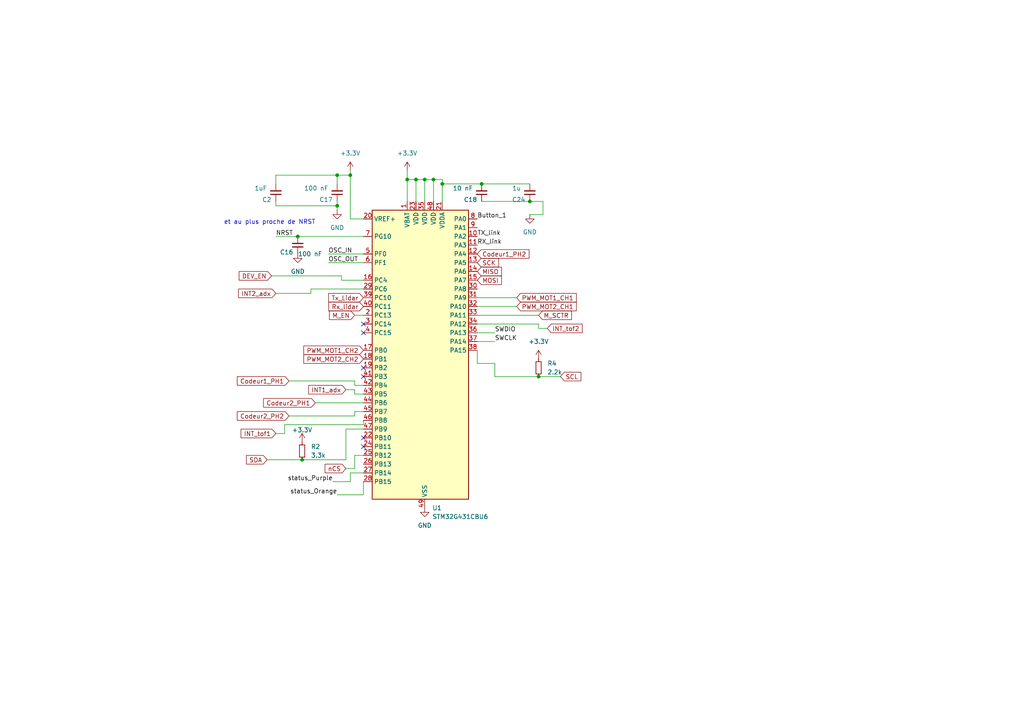
<source format=kicad_sch>
(kicad_sch (version 20231120) (generator "eeschema") (generator_version "8.0")
  (paper "A4")
  (lib_symbols
    (symbol "Device:C_Small" (pin_numbers hide) (pin_names (offset 0.254) hide)
      (property "Reference" "C" (at 0.254 1.778 0))
      (property "Value" "C_Small" (at 0.254 -2.032 0))
      (symbol "C_Small_0_1"
        (polyline (pts (xy -1.524 -0.508) (xy 1.524 -0.508)) (stroke (width 0.3302)))
        (polyline (pts (xy -1.524 0.508) (xy 1.524 0.508)) (stroke (width 0.3048)))
      )
      (symbol "C_Small_1_1"
        (pin passive line (at 0 2.54 270) (length 2.032) (name "~") (number "1"))
        (pin passive line (at 0 -2.54 90) (length 2.032) (name "~") (number "2"))
      )
    )
    (symbol "Device:R_Small" (pin_numbers hide) (pin_names (offset 0.254) hide)
      (property "Reference" "R" (at 0.762 0.508 0))
      (property "Value" "R_Small" (at 0.762 -1.016 0))
      (symbol "R_Small_0_1"
        (rectangle (start -0.762 1.778) (end 0.762 -1.778) (stroke (width 0.2032)))
      )
      (symbol "R_Small_1_1"
        (pin passive line (at 0 2.54 270) (length 0.762) (name "~") (number "1"))
        (pin passive line (at 0 -2.54 90) (length 0.762) (name "~") (number "2"))
      )
    )
    (symbol "MCU_ST_STM32G4:STM32G431CBUx"
      (property "Reference" "U" (at -12.7 44.45 0))
      (property "Value" "STM32G431CBUx" (at 10.16 44.45 0))
      (symbol "STM32G431CBUx_0_1"
        (rectangle (start -12.7 -40.64) (end 15.24 43.18) (stroke (width 0.254)) (fill (type background)))
      )
      (symbol "STM32G431CBUx_1_1"
        (pin power_in line (at -2.54 45.72 270) (length 2.54) (name "VBAT") (number "1"))
        (pin bidirectional line (at 17.78 35.56 180) (length 2.54) (name "PA2") (number "10"))
        (pin bidirectional line (at 17.78 33.02 180) (length 2.54) (name "PA3") (number "11"))
        (pin bidirectional line (at 17.78 30.48 180) (length 2.54) (name "PA4") (number "12"))
        (pin bidirectional line (at 17.78 27.94 180) (length 2.54) (name "PA5") (number "13"))
        (pin bidirectional line (at 17.78 25.4 180) (length 2.54) (name "PA6") (number "14"))
        (pin bidirectional line (at 17.78 22.86 180) (length 2.54) (name "PA7") (number "15"))
        (pin bidirectional line (at -15.24 22.86 0) (length 2.54) (name "PC4") (number "16"))
        (pin bidirectional line (at -15.24 2.54 0) (length 2.54) (name "PB0") (number "17"))
        (pin bidirectional line (at -15.24 0 0) (length 2.54) (name "PB1") (number "18"))
        (pin bidirectional line (at -15.24 -2.54 0) (length 2.54) (name "PB2") (number "19"))
        (pin bidirectional line (at -15.24 12.7 0) (length 2.54) (name "PC13") (number "2"))
        (pin input line (at -15.24 40.64 0) (length 2.54) (name "VREF+") (number "20"))
        (pin power_in line (at 7.62 45.72 270) (length 2.54) (name "VDDA") (number "21"))
        (pin bidirectional line (at -15.24 -22.86 0) (length 2.54) (name "PB10") (number "22"))
        (pin power_in line (at 0 45.72 270) (length 2.54) (name "VDD") (number "23"))
        (pin bidirectional line (at -15.24 -25.4 0) (length 2.54) (name "PB11") (number "24"))
        (pin bidirectional line (at -15.24 -27.94 0) (length 2.54) (name "PB12") (number "25"))
        (pin bidirectional line (at -15.24 -30.48 0) (length 2.54) (name "PB13") (number "26"))
        (pin bidirectional line (at -15.24 -33.02 0) (length 2.54) (name "PB14") (number "27"))
        (pin bidirectional line (at -15.24 -35.56 0) (length 2.54) (name "PB15") (number "28"))
        (pin bidirectional line (at -15.24 20.32 0) (length 2.54) (name "PC6") (number "29"))
        (pin bidirectional line (at -15.24 10.16 0) (length 2.54) (name "PC14") (number "3"))
        (pin bidirectional line (at 17.78 20.32 180) (length 2.54) (name "PA8") (number "30"))
        (pin bidirectional line (at 17.78 17.78 180) (length 2.54) (name "PA9") (number "31"))
        (pin bidirectional line (at 17.78 15.24 180) (length 2.54) (name "PA10") (number "32"))
        (pin bidirectional line (at 17.78 12.7 180) (length 2.54) (name "PA11") (number "33"))
        (pin bidirectional line (at 17.78 10.16 180) (length 2.54) (name "PA12") (number "34"))
        (pin power_in line (at 2.54 45.72 270) (length 2.54) (name "VDD") (number "35"))
        (pin bidirectional line (at 17.78 7.62 180) (length 2.54) (name "PA13") (number "36"))
        (pin bidirectional line (at 17.78 5.08 180) (length 2.54) (name "PA14") (number "37"))
        (pin bidirectional line (at 17.78 2.54 180) (length 2.54) (name "PA15") (number "38"))
        (pin bidirectional line (at -15.24 17.78 0) (length 2.54) (name "PC10") (number "39"))
        (pin bidirectional line (at -15.24 7.62 0) (length 2.54) (name "PC15") (number "4"))
        (pin bidirectional line (at -15.24 15.24 0) (length 2.54) (name "PC11") (number "40"))
        (pin bidirectional line (at -15.24 -5.08 0) (length 2.54) (name "PB3") (number "41"))
        (pin bidirectional line (at -15.24 -7.62 0) (length 2.54) (name "PB4") (number "42"))
        (pin bidirectional line (at -15.24 -10.16 0) (length 2.54) (name "PB5") (number "43"))
        (pin bidirectional line (at -15.24 -12.7 0) (length 2.54) (name "PB6") (number "44"))
        (pin bidirectional line (at -15.24 -15.24 0) (length 2.54) (name "PB7") (number "45"))
        (pin bidirectional line (at -15.24 -17.78 0) (length 2.54) (name "PB8") (number "46"))
        (pin bidirectional line (at -15.24 -20.32 0) (length 2.54) (name "PB9") (number "47"))
        (pin power_in line (at 5.08 45.72 270) (length 2.54) (name "VDD") (number "48"))
        (pin power_in line (at 2.54 -43.18 90) (length 2.54) (name "VSS") (number "49"))
        (pin bidirectional line (at -15.24 30.48 0) (length 2.54) (name "PF0") (number "5"))
        (pin bidirectional line (at -15.24 27.94 0) (length 2.54) (name "PF1") (number "6"))
        (pin bidirectional line (at -15.24 35.56 0) (length 2.54) (name "PG10") (number "7"))
        (pin bidirectional line (at 17.78 40.64 180) (length 2.54) (name "PA0") (number "8"))
        (pin bidirectional line (at 17.78 38.1 180) (length 2.54) (name "PA1") (number "9"))
      )
    )
    (symbol "power:+3.3V" (power) (pin_numbers hide) (pin_names (offset 0) hide)
      (property "Value" "+3.3V" (at 0 3.556 0))
      (symbol "+3.3V_0_1"
        (polyline (pts (xy -0.762 1.27) (xy 0 2.54)))
        (polyline (pts (xy 0 0) (xy 0 2.54)))
        (polyline (pts (xy 0 2.54) (xy 0.762 1.27)))
      )
      (symbol "+3.3V_1_1"
        (pin power_in line (at 0 0 90) (length 0) (name "~") (number "1"))
      )
    )
    (symbol "power:GND" (power) (pin_numbers hide) (pin_names (offset 0) hide)
      (property "Value" "GND" (at 0 -3.81 0))
      (symbol "GND_0_1"
        (polyline (pts (xy 0 0) (xy 0 -1.27) (xy 1.27 -1.27) (xy 0 -2.54) (xy -1.27 -1.27) (xy 0 -1.27)))
      )
      (symbol "GND_1_1"
        (pin power_in line (at 0 0 270) (length 0) (name "~") (number "1"))
      )
    )
  )
  (junction (at 97.79 59.69))
  (junction (at 87.63 133.35))
  (junction (at 153.67 58.42))
  (junction (at 97.79 50.8))
  (junction (at 123.19 52.07))
  (junction (at 156.21 109.22))
  (junction (at 139.7 53.34))
  (junction (at 86.36 68.58))
  (junction (at 125.73 52.07))
  (junction (at 101.6 50.8))
  (junction (at 118.11 52.07))
  (junction (at 120.65 52.07))
  (junction (at 128.27 53.34))
  (no_connect (at 105.41 129.54))
  (no_connect (at 105.41 93.98))
  (no_connect (at 105.41 127))
  (no_connect (at 105.41 109.22))
  (no_connect (at 105.41 106.68))
  (no_connect (at 105.41 96.52))
  (wire (pts (xy 102.87 135.89) (xy 102.87 132.08)))
  (wire (pts (xy 82.55 125.73) (xy 82.55 123.19)))
  (wire (pts (xy 77.47 133.35) (xy 87.63 133.35)))
  (wire (pts (xy 125.73 58.42) (xy 125.73 52.07)))
  (wire (pts (xy 102.87 110.49) (xy 102.87 111.76)))
  (wire (pts (xy 97.79 143.51) (xy 105.41 143.51)))
  (wire (pts (xy 123.19 52.07) (xy 120.65 52.07)))
  (wire (pts (xy 102.87 132.08) (xy 105.41 132.08)))
  (wire (pts (xy 99.06 81.28) (xy 105.41 81.28)))
  (wire (pts (xy 157.48 58.42) (xy 153.67 58.42)))
  (wire (pts (xy 125.73 52.07) (xy 123.19 52.07)))
  (wire (pts (xy 156.21 95.25) (xy 156.21 93.98)))
  (wire (pts (xy 80.01 50.8) (xy 80.01 53.34)))
  (wire (pts (xy 105.41 123.19) (xy 105.41 121.92)))
  (wire (pts (xy 128.27 52.07) (xy 128.27 53.34)))
  (wire (pts (xy 120.65 52.07) (xy 120.65 58.42)))
  (wire (pts (xy 118.11 49.53) (xy 118.11 52.07)))
  (wire (pts (xy 99.06 80.01) (xy 99.06 81.28)))
  (wire (pts (xy 123.19 52.07) (xy 123.19 58.42)))
  (wire (pts (xy 138.43 91.44) (xy 156.21 91.44)))
  (wire (pts (xy 138.43 88.9) (xy 149.86 88.9)))
  (wire (pts (xy 90.17 85.09) (xy 90.17 83.82)))
  (wire (pts (xy 128.27 58.42) (xy 128.27 53.34)))
  (wire (pts (xy 86.36 68.58) (xy 105.41 68.58)))
  (wire (pts (xy 101.6 139.7) (xy 101.6 137.16)))
  (wire (pts (xy 157.48 62.23) (xy 157.48 58.42)))
  (wire (pts (xy 105.41 143.51) (xy 105.41 139.7)))
  (wire (pts (xy 125.73 52.07) (xy 128.27 52.07)))
  (wire (pts (xy 158.75 95.25) (xy 156.21 95.25)))
  (wire (pts (xy 139.7 58.42) (xy 153.67 58.42)))
  (wire (pts (xy 100.33 133.35) (xy 100.33 124.46)))
  (wire (pts (xy 80.01 59.69) (xy 97.79 59.69)))
  (wire (pts (xy 97.79 59.69) (xy 97.79 58.42)))
  (wire (pts (xy 105.41 63.5) (xy 101.6 63.5)))
  (wire (pts (xy 83.82 120.65) (xy 102.87 120.65)))
  (wire (pts (xy 105.41 119.38) (xy 102.87 119.38)))
  (wire (pts (xy 156.21 109.22) (xy 162.56 109.22)))
  (wire (pts (xy 80.01 85.09) (xy 90.17 85.09)))
  (wire (pts (xy 101.6 50.8) (xy 101.6 63.5)))
  (wire (pts (xy 102.87 114.3) (xy 105.41 114.3)))
  (wire (pts (xy 143.51 96.52) (xy 138.43 96.52)))
  (wire (pts (xy 102.87 113.03) (xy 100.33 113.03)))
  (wire (pts (xy 138.43 105.41) (xy 138.43 101.6)))
  (wire (pts (xy 102.87 114.3) (xy 102.87 113.03)))
  (wire (pts (xy 139.7 53.34) (xy 153.67 53.34)))
  (wire (pts (xy 143.51 99.06) (xy 138.43 99.06)))
  (wire (pts (xy 95.25 76.2) (xy 105.41 76.2)))
  (wire (pts (xy 78.74 80.01) (xy 99.06 80.01)))
  (wire (pts (xy 96.52 139.7) (xy 101.6 139.7)))
  (wire (pts (xy 80.01 58.42) (xy 80.01 59.69)))
  (wire (pts (xy 101.6 49.53) (xy 101.6 50.8)))
  (wire (pts (xy 97.79 50.8) (xy 80.01 50.8)))
  (wire (pts (xy 156.21 93.98) (xy 138.43 93.98)))
  (wire (pts (xy 97.79 60.96) (xy 97.79 59.69)))
  (wire (pts (xy 95.25 73.66) (xy 105.41 73.66)))
  (wire (pts (xy 100.33 135.89) (xy 102.87 135.89)))
  (wire (pts (xy 90.17 83.82) (xy 105.41 83.82)))
  (wire (pts (xy 102.87 111.76) (xy 105.41 111.76)))
  (wire (pts (xy 120.65 52.07) (xy 118.11 52.07)))
  (wire (pts (xy 143.51 109.22) (xy 143.51 105.41)))
  (wire (pts (xy 101.6 137.16) (xy 105.41 137.16)))
  (wire (pts (xy 83.82 110.49) (xy 102.87 110.49)))
  (wire (pts (xy 149.86 86.36) (xy 138.43 86.36)))
  (wire (pts (xy 80.01 125.73) (xy 82.55 125.73)))
  (wire (pts (xy 102.87 91.44) (xy 105.41 91.44)))
  (wire (pts (xy 82.55 123.19) (xy 105.41 123.19)))
  (wire (pts (xy 157.48 62.23) (xy 153.67 62.23)))
  (wire (pts (xy 118.11 52.07) (xy 118.11 58.42)))
  (wire (pts (xy 143.51 109.22) (xy 156.21 109.22)))
  (wire (pts (xy 102.87 119.38) (xy 102.87 120.65)))
  (wire (pts (xy 100.33 124.46) (xy 105.41 124.46)))
  (wire (pts (xy 143.51 105.41) (xy 138.43 105.41)))
  (wire (pts (xy 97.79 50.8) (xy 101.6 50.8)))
  (wire (pts (xy 80.01 68.58) (xy 86.36 68.58)))
  (wire (pts (xy 128.27 53.34) (xy 139.7 53.34)))
  (wire (pts (xy 87.63 133.35) (xy 100.33 133.35)))
  (wire (pts (xy 91.44 116.84) (xy 105.41 116.84)))
  (wire (pts (xy 97.79 53.34) (xy 97.79 50.8)))
  (text "et au plus proche de NRST\n" (at 78.232 64.516 0) (effects (font (size 1.27 1.27))))
  (label "NRST" (at 80.01 68.58 0))
  (label "status_Purple" (at 96.52 139.7 180))
  (label "SWCLK" (at 143.51 99.06 0))
  (label "SWDIO" (at 143.51 96.52 0))
  (label "RX_link" (at 138.43 71.12 0))
  (label "Button_1" (at 138.43 63.5 0))
  (label "TX_link" (at 138.43 68.58 0))
  (label "OSC_OUT" (at 95.25 76.2 0))
  (label "OSC_IN" (at 95.25 73.66 0))
  (label "status_Orange" (at 97.79 143.51 180))
  (global_label "Rx_lidar" (shape input) (at 105.41 88.9 180) (property "Intersheetrefs" "${INTERSHEET_REFS}" (effects (hide yes))))
  (global_label "INT2_adx" (shape input) (at 80.01 85.09 180) (property "Intersheetrefs" "${INTERSHEET_REFS}" (effects (hide yes))))
  (global_label "PWM_MOT1_CH2" (shape input) (at 105.41 101.6 180) (property "Intersheetrefs" "${INTERSHEET_REFS}" (effects (hide yes))))
  (global_label "INT1_adx" (shape input) (at 100.33 113.03 180) (property "Intersheetrefs" "${INTERSHEET_REFS}" (effects (hide yes))))
  (global_label "M_EN" (shape input) (at 102.87 91.44 180) (property "Intersheetrefs" "${INTERSHEET_REFS}" (effects (hide yes))))
  (global_label "DEV_EN" (shape input) (at 78.74 80.01 180) (property "Intersheetrefs" "${INTERSHEET_REFS}" (effects (hide yes))))
  (global_label "SCL" (shape input) (at 162.56 109.22 0) (property "Intersheetrefs" "${INTERSHEET_REFS}" (effects (hide yes))))
  (global_label "MISO" (shape input) (at 138.43 78.74 0) (property "Intersheetrefs" "${INTERSHEET_REFS}" (effects (hide yes))))
  (global_label "PWM_MOT1_CH1" (shape input) (at 149.86 86.36 0) (property "Intersheetrefs" "${INTERSHEET_REFS}" (effects (hide yes))))
  (global_label "Tx_Lidar" (shape input) (at 105.41 86.36 180) (property "Intersheetrefs" "${INTERSHEET_REFS}" (effects (hide yes))))
  (global_label "PWM_MOT2_CH2" (shape input) (at 105.41 104.14 180) (property "Intersheetrefs" "${INTERSHEET_REFS}" (effects (hide yes))))
  (global_label "MOSI" (shape input) (at 138.43 81.28 0) (property "Intersheetrefs" "${INTERSHEET_REFS}" (effects (hide yes))))
  (global_label "Codeur1_PH1" (shape input) (at 83.82 110.49 180) (property "Intersheetrefs" "${INTERSHEET_REFS}" (effects (hide yes))))
  (global_label "Codeur2_PH2" (shape input) (at 83.82 120.65 180) (property "Intersheetrefs" "${INTERSHEET_REFS}" (effects (hide yes))))
  (global_label "SDA" (shape input) (at 77.47 133.35 180) (property "Intersheetrefs" "${INTERSHEET_REFS}" (effects (hide yes))))
  (global_label "Codeur1_PH2" (shape input) (at 138.43 73.66 0) (property "Intersheetrefs" "${INTERSHEET_REFS}" (effects (hide yes))))
  (global_label "nCS" (shape input) (at 100.33 135.89 180) (property "Intersheetrefs" "${INTERSHEET_REFS}" (effects (hide yes))))
  (global_label "SCK" (shape input) (at 138.43 76.2 0) (property "Intersheetrefs" "${INTERSHEET_REFS}" (effects (hide yes))))
  (global_label "M_SCTR" (shape input) (at 156.21 91.44 0) (property "Intersheetrefs" "${INTERSHEET_REFS}" (effects (hide yes))))
  (global_label "Codeur2_PH1" (shape input) (at 91.44 116.84 180) (property "Intersheetrefs" "${INTERSHEET_REFS}" (effects (hide yes))))
  (global_label "PWM_MOT2_CH1" (shape input) (at 149.86 88.9 0) (property "Intersheetrefs" "${INTERSHEET_REFS}" (effects (hide yes))))
  (global_label "INT_tof2" (shape input) (at 158.75 95.25 0) (property "Intersheetrefs" "${INTERSHEET_REFS}" (effects (hide yes))))
  (global_label "INT_tof1" (shape input) (at 80.01 125.73 180) (property "Intersheetrefs" "${INTERSHEET_REFS}" (effects (hide yes))))
  (symbol (lib_id "Device:C_Small") (at 97.79 55.88 180) (unit 1)
    (property "Reference" "C17" (at 96.52 57.912 0) (effects (justify left)))
    (property "Value" "100 nF" (at 95.25 54.6038 0) (effects (justify left)))
    (property "Description" "Unpolarized capacitor, small symbol" (effects (hide yes)))
  )
  (symbol (lib_id "power:+3.3V") (at 87.63 128.27 0) (unit 1)
    (property "Reference" "#PWR045" (effects (hide yes)))
    (property "Value" "+3.3V" (at 87.63 124.714 0))
    (property "Description" "Power symbol creates a global label with name \"+3.3V\"" (effects (hide yes)))
  )
  (symbol (lib_id "MCU_ST_STM32G4:STM32G431CBUx") (at 120.65 104.14 0) (unit 1)
    (property "Reference" "U1" (at 125.3841 147.32 0) (effects (justify left)))
    (property "Value" "STM32G431CBU6" (at 125.3841 149.86 0) (effects (justify left)))
    (property "Footprint" "Package_DFN_QFN:QFN-48-1EP_7x7mm_P0.5mm_EP5.6x5.6mm" (effects (hide yes)))
    (property "Datasheet" "https://www.st.com/resource/en/datasheet/stm32g431cb.pdf" (effects (hide yes)))
    (property "Description" "STMicroelectronics Arm Cortex-M4 MCU, 128KB flash, 32KB RAM, 170 MHz, 1.71-3.6V, 42 GPIO, UFQFPN48" (effects (hide yes)))
  )
  (symbol (lib_id "Device:C_Small") (at 86.36 71.12 180) (unit 1)
    (property "Reference" "C16" (at 85.09 73.152 0) (effects (justify left)))
    (property "Value" "100 nF" (at 93.472 73.66 0) (effects (justify left)))
    (property "Description" "Unpolarized capacitor, small symbol" (effects (hide yes)))
  )
  (symbol (lib_id "Device:R_Small") (at 87.63 130.81 180) (unit 1)
    (property "Reference" "R2" (at 90.17 129.5399 0) (effects (justify right)))
    (property "Value" "3.3k" (at 90.17 132.0799 0) (effects (justify right)))
    (property "Description" "Resistor, small symbol" (effects (hide yes)))
  )
  (symbol (lib_id "power:GND") (at 97.79 60.96 0) (unit 1)
    (property "Reference" "#PWR046" (effects (hide yes)))
    (property "Value" "GND" (at 97.79 66.04 0))
    (property "Description" "Power symbol creates a global label with name \"GND\" , ground" (effects (hide yes)))
  )
  (symbol (lib_id "power:+3.3V") (at 118.11 49.53 0) (unit 1)
    (property "Reference" "#PWR048" (effects (hide yes)))
    (property "Value" "+3.3V" (at 118.11 44.45 0))
    (property "Description" "Power symbol creates a global label with name \"+3.3V\"" (effects (hide yes)))
  )
  (symbol (lib_id "power:+3.3V") (at 156.21 104.14 0) (unit 1)
    (property "Reference" "#PWR051" (effects (hide yes)))
    (property "Value" "+3.3V" (at 156.21 99.06 0))
    (property "Description" "Power symbol creates a global label with name \"+3.3V\"" (effects (hide yes)))
  )
  (symbol (lib_id "Device:C_Small") (at 153.67 55.88 180) (unit 1)
    (property "Reference" "C24" (at 152.4 57.912 0) (effects (justify left)))
    (property "Value" "1u" (at 151.13 54.6038 0) (effects (justify left)))
    (property "Description" "Unpolarized capacitor, small symbol" (effects (hide yes)))
  )
  (symbol (lib_id "Device:R_Small") (at 156.21 106.68 180) (unit 1)
    (property "Reference" "R4" (at 158.75 105.4099 0) (effects (justify right)))
    (property "Value" "2.2k" (at 158.75 107.9499 0) (effects (justify right)))
    (property "Description" "Resistor, small symbol" (effects (hide yes)))
  )
  (symbol (lib_id "power:+3.3V") (at 101.6 49.53 0) (unit 1)
    (property "Reference" "#PWR047" (effects (hide yes)))
    (property "Value" "+3.3V" (at 101.6 44.45 0))
    (property "Description" "Power symbol creates a global label with name \"+3.3V\"" (effects (hide yes)))
  )
  (symbol (lib_id "power:GND") (at 86.36 73.66 0) (unit 1)
    (property "Reference" "#PWR036" (effects (hide yes)))
    (property "Value" "GND" (at 86.36 78.74 0))
    (property "Description" "Power symbol creates a global label with name \"GND\" , ground" (effects (hide yes)))
  )
  (symbol (lib_id "Device:C_Small") (at 80.01 55.88 180) (unit 1)
    (property "Reference" "C2" (at 78.74 57.912 0) (effects (justify left)))
    (property "Value" "1uF" (at 77.47 54.6038 0) (effects (justify left)))
    (property "Description" "Unpolarized capacitor, small symbol" (effects (hide yes)))
  )
  (symbol (lib_id "Device:C_Small") (at 139.7 55.88 180) (unit 1)
    (property "Reference" "C18" (at 138.43 57.912 0) (effects (justify left)))
    (property "Value" "10 nF" (at 137.16 54.6038 0) (effects (justify left)))
    (property "Description" "Unpolarized capacitor, small symbol" (effects (hide yes)))
  )
  (symbol (lib_id "power:GND") (at 153.67 62.23 0) (unit 1)
    (property "Reference" "#PWR050" (effects (hide yes)))
    (property "Value" "GND" (at 153.67 67.31 0))
    (property "Description" "Power symbol creates a global label with name \"GND\" , ground" (effects (hide yes)))
  )
  (symbol (lib_id "power:GND") (at 123.19 147.32 0) (unit 1)
    (property "Reference" "#PWR049" (effects (hide yes)))
    (property "Value" "GND" (at 123.19 152.4 0))
    (property "Description" "Power symbol creates a global label with name \"GND\" , ground" (effects (hide yes)))
  )
)
</source>
